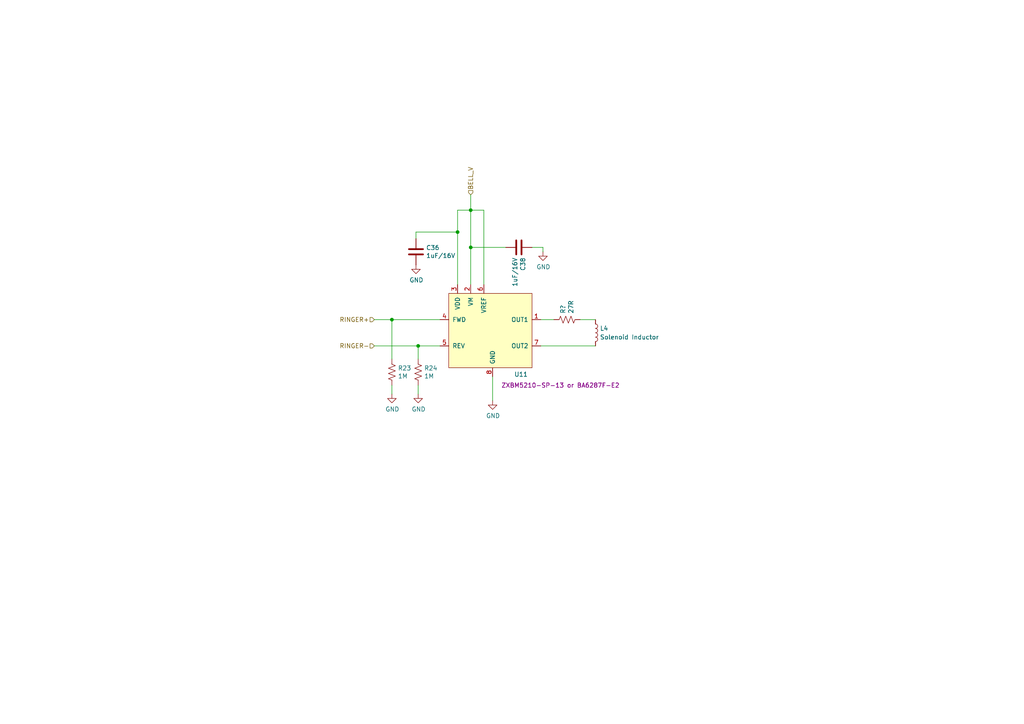
<source format=kicad_sch>
(kicad_sch (version 20211123) (generator eeschema)
  (paper "A4")
  (title_block (title "RCP 4G BELL RINGER"))
  (lib_symbols
    (symbol "Device:C" (pin_numbers hide) (pin_names (offset 0.254))
      (property "Reference" "C" (at 0.635 2.54 0))
      (property "Value" "C" (at 0.635 -2.54 0))
      (symbol "C_0_1"
        (polyline (pts (xy -2.032 -0.762) (xy 2.032 -0.762)) (stroke (width 0.508)))
        (polyline (pts (xy -2.032 0.762) (xy 2.032 0.762)) (stroke (width 0.508)))
      )
      (symbol "C_1_1"
        (pin passive line (at 0 3.81 270) (length 2.794) (name "~") (number "1"))
        (pin passive line (at 0 -3.81 90) (length 2.794) (name "~") (number "2"))
      )
    )
    (symbol "Device:L" (pin_numbers hide) (pin_names (offset 1.016) hide)
      (property "Reference" "L" (at -1.27 0 90))
      (property "Value" "L" (at 1.905 0 90))
      (symbol "L_0_1"
        (arc (start 0 -2.54) (mid 0.635 -1.905) (end 0 -1.27))
        (arc (start 0 -1.27) (mid 0.635 -0.635) (end 0 0))
        (arc (start 0 0) (mid 0.635 0.635) (end 0 1.27))
        (arc (start 0 1.27) (mid 0.635 1.905) (end 0 2.54))
      )
      (symbol "L_1_1"
        (pin passive line (at 0 3.81 270) (length 1.27) (name "1") (number "1"))
        (pin passive line (at 0 -3.81 90) (length 1.27) (name "2") (number "2"))
      )
    )
    (symbol "Device:R_US" (pin_numbers hide) (pin_names (offset 0))
      (property "Reference" "R" (at 2.54 0 90))
      (property "Value" "R_US" (at -2.54 0 90))
      (symbol "R_US_0_1"
        (polyline (pts (xy 0 -2.286) (xy 0 -2.54)))
        (polyline (pts (xy 0 2.286) (xy 0 2.54)))
        (polyline (pts (xy 0 -0.762) (xy 1.016 -1.143) (xy 0 -1.524) (xy -1.016 -1.905) (xy 0 -2.286)))
        (polyline (pts (xy 0 0.762) (xy 1.016 0.381) (xy 0 0) (xy -1.016 -0.381) (xy 0 -0.762)))
        (polyline (pts (xy 0 2.286) (xy 1.016 1.905) (xy 0 1.524) (xy -1.016 1.143) (xy 0 0.762)))
      )
      (symbol "R_US_1_1"
        (pin passive line (at 0 3.81 270) (length 1.27) (name "~") (number "1"))
        (pin passive line (at 0 -3.81 90) (length 1.27) (name "~") (number "2"))
      )
    )
    (symbol "MyLibrary:ZXBM5210-SP-13" (pin_names (offset 1.016))
      (property "Reference" "U" (at -10.16 25.4 0))
      (property "Value" "MyLibrary_ZXBM5210-SP-13" (at 0 0 0))
      (symbol "ZXBM5210-SP-13_0_1"
        (rectangle (start -12.7 11.43) (end 11.43 -10.16) (fill (type background)))
      )
      (symbol "ZXBM5210-SP-13_1_1"
        (pin power_out line (at 13.97 3.81 180) (length 2.54) (name "OUT1") (number "1"))
        (pin power_in line (at -6.35 13.97 270) (length 2.54) (name "VM") (number "2"))
        (pin power_in line (at -10.16 13.97 270) (length 2.54) (name "VDD") (number "3"))
        (pin input line (at -15.24 3.81 0) (length 2.54) (name "FWD") (number "4"))
        (pin input line (at -15.24 -3.81 0) (length 2.54) (name "REV") (number "5"))
        (pin input line (at -2.54 13.97 270) (length 2.54) (name "VREF") (number "6"))
        (pin power_out line (at 13.97 -3.81 180) (length 2.54) (name "OUT2") (number "7"))
        (pin power_in line (at 0 -12.7 90) (length 2.54) (name "GND") (number "8"))
      )
    )
    (symbol "power:GND" (power) (pin_names (offset 0))
      (property "Value" "GND" (at 0 -3.81 0))
      (symbol "GND_0_1"
        (polyline (pts (xy 0 0) (xy 0 -1.27) (xy 1.27 -1.27) (xy 0 -2.54) (xy -1.27 -1.27) (xy 0 -1.27)))
      )
      (symbol "GND_1_1"
        (pin power_in line (at 0 0 270) (length 0) hide (name "GND") (number "1"))
      )
    )
  )
  (junction (at 121.285 100.33))
  (junction (at 136.525 71.755))
  (junction (at 113.665 92.71))
  (junction (at 136.525 60.96))
  (junction (at 132.715 67.31))
  (wire (pts (xy 142.875 109.22) (xy 142.875 116.205)))
  (wire (pts (xy 113.665 114.3) (xy 113.665 111.76)))
  (wire (pts (xy 136.525 60.96) (xy 140.335 60.96)))
  (wire (pts (xy 121.285 104.14) (xy 121.285 100.33)))
  (wire (pts (xy 154.305 71.755) (xy 157.48 71.755)))
  (wire (pts (xy 113.665 92.71) (xy 127.635 92.71)))
  (wire (pts (xy 127.635 100.33) (xy 121.285 100.33)))
  (wire (pts (xy 136.525 71.755) (xy 136.525 82.55)))
  (wire (pts (xy 136.525 60.96) (xy 136.525 56.515)))
  (wire (pts (xy 136.525 71.755) (xy 146.685 71.755)))
  (wire (pts (xy 120.65 67.31) (xy 132.715 67.31)))
  (wire (pts (xy 157.48 71.755) (xy 157.48 73.025)))
  (wire (pts (xy 132.715 60.96) (xy 136.525 60.96)))
  (wire (pts (xy 136.525 60.96) (xy 136.525 71.755)))
  (wire (pts (xy 132.715 82.55) (xy 132.715 67.31)))
  (wire (pts (xy 156.845 100.33) (xy 172.72 100.33)))
  (wire (pts (xy 108.585 92.71) (xy 113.665 92.71)))
  (wire (pts (xy 168.275 92.71) (xy 172.72 92.71)))
  (wire (pts (xy 132.715 67.31) (xy 132.715 60.96)))
  (wire (pts (xy 121.285 114.3) (xy 121.285 111.76)))
  (wire (pts (xy 140.335 60.96) (xy 140.335 82.55)))
  (wire (pts (xy 156.845 92.71) (xy 160.655 92.71)))
  (wire (pts (xy 121.285 100.33) (xy 108.585 100.33)))
  (wire (pts (xy 113.665 104.14) (xy 113.665 92.71)))
  (wire (pts (xy 120.65 67.31) (xy 120.65 69.215)))
  (hierarchical_label "RINGER+" (shape input) (at 108.585 92.71 180))
  (hierarchical_label "BELL_V" (shape input) (at 136.525 56.515 90))
  (hierarchical_label "RINGER-" (shape input) (at 108.585 100.33 180))
  (symbol (lib_id "Device:R_US") (at 121.285 107.95 0) (unit 1)
    (property "Reference" "R24" (at 123.0122 106.7816 0) (effects (justify left)))
    (property "Value" "1M" (at 123.0122 109.093 0) (effects (justify left)))
    (property "Footprint" "Resistor_SMD:R_0603_1608Metric" (effects hide))
  )
  (symbol (lib_id "power:GND") (at 121.285 114.3 0) (unit 1)
    (property "Reference" "#PWR0215" (effects hide))
    (property "Value" "GND" (at 121.412 118.6942 0))
  )
  (symbol (lib_id "MyLibrary:ZXBM5210-SP-13") (at 142.875 96.52 0) (unit 1)
    (property "Reference" "U11" (at 151.13 108.585 0))
    (property "Value" "Driver for Bell Coil" (effects hide))
    (property "Footprint" "MyFootprints:SO-8EP" (effects hide))
    (property "Datasheet" "https://www.diodes.com/assets/Datasheets/ZXBM5210.pdf" (effects hide))
    (property "Mfg. Name" "Diodes Inc." (effects hide))
    (property "Mfg. Part No." "ZXBM5210-SP-13 or BA6287F-E2" (at 162.56 111.76 0))
  )
  (symbol (lib_id "Device:R_US") (at 113.665 107.95 0) (unit 1)
    (property "Reference" "R23" (at 115.3922 106.7816 0) (effects (justify left)))
    (property "Value" "1M" (at 115.3922 109.093 0) (effects (justify left)))
    (property "Footprint" "Resistor_SMD:R_0603_1608Metric" (effects hide))
  )
  (symbol (lib_id "power:GND") (at 113.665 114.3 0) (unit 1)
    (property "Reference" "#PWR0214" (effects hide))
    (property "Value" "GND" (at 113.792 118.6942 0))
  )
  (symbol (lib_id "power:GND") (at 142.875 116.205 0) (unit 1)
    (property "Reference" "#PWR0228" (effects hide))
    (property "Value" "GND" (at 143.002 120.5992 0))
  )
  (symbol (lib_id "Device:C") (at 120.65 73.025 0) (unit 1)
    (property "Reference" "C36" (at 123.571 71.8566 0) (effects (justify left)))
    (property "Value" "1uF/16V" (at 123.571 74.168 0) (effects (justify left)))
    (property "Footprint" "Capacitor_SMD:C_0805_2012Metric" (effects hide))
    (property "Mfg. Name" "Kemet" (effects hide))
    (property "Mfg. Part No." "C0805C105K4RACTU" (effects hide))
  )
  (symbol (lib_id "Device:C") (at 150.495 71.755 270) (unit 1)
    (property "Reference" "C38" (at 151.6634 74.676 0) (effects (justify left)))
    (property "Value" "1uF/16V" (at 149.352 74.676 0) (effects (justify left)))
    (property "Footprint" "Capacitor_SMD:C_0805_2012Metric" (effects hide))
    (property "Mfg. Name" "Kemet" (effects hide))
    (property "Mfg. Part No." "C0805C105K4RACTU" (effects hide))
  )
  (symbol (lib_id "power:GND") (at 120.65 76.835 0) (unit 1)
    (property "Reference" "#PWR0229" (effects hide))
    (property "Value" "GND" (at 120.777 81.2292 0))
  )
  (symbol (lib_id "power:GND") (at 157.48 73.025 0) (unit 1)
    (property "Reference" "#PWR0243" (effects hide))
    (property "Value" "GND" (at 157.607 77.4192 0))
  )
  (symbol (lib_id "Device:R_US") (at 164.465 92.71 90) (unit 1)
    (property "Reference" "R?" (at 163.2966 90.9828 0) (effects (justify left)))
    (property "Value" "27R" (at 165.608 90.9828 0) (effects (justify left)))
    (property "Footprint" "Resistor_SMD:R_0603_1608Metric" (effects hide))
  )
  (symbol (lib_id "Device:L") (at 172.72 96.52 0) (unit 1)
    (property "Reference" "L4" (at 173.99 95.2499 0) (effects (justify left)))
    (property "Value" "Solenoid Inductor" (at 173.99 97.7899 0) (effects (justify left)))
    (property "Footprint" "MyFootprints:BournsInductor_RLB9012-472KL" (effects hide))
    (property "Mfg. Name" "Bourns" (effects hide))
    (property "Mfg. Part No." "RLB9012-472KL" (effects hide))
  )
)
</source>
